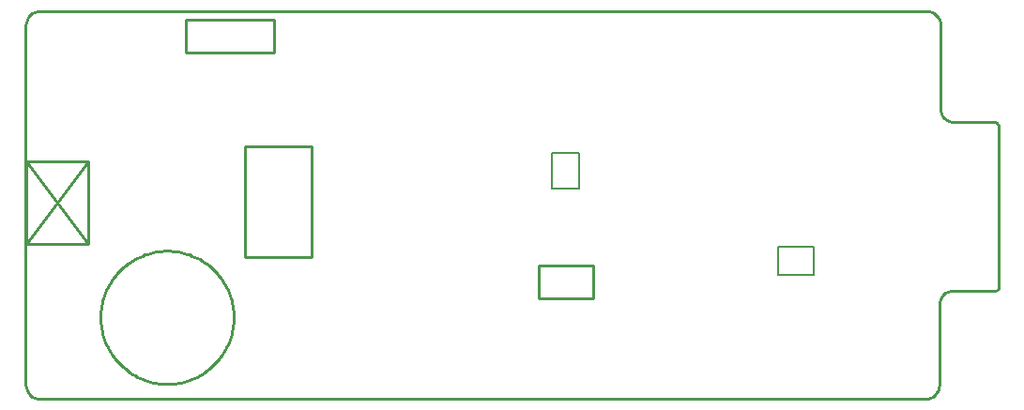
<source format=gm1>
G04*
G04 #@! TF.GenerationSoftware,Altium Limited,Altium Designer,20.2.4 (192)*
G04*
G04 Layer_Color=16711935*
%FSLAX44Y44*%
%MOMM*%
G71*
G04*
G04 #@! TF.SameCoordinates,B1776B65-D261-4C44-A5DE-40EC885F2A17*
G04*
G04*
G04 #@! TF.FilePolarity,Positive*
G04*
G01*
G75*
%ADD11C,0.2540*%
%ADD13C,0.2000*%
D11*
X825000Y337300D02*
X824756Y339778D01*
X824033Y342160D01*
X822860Y344356D01*
X821280Y346280D01*
X819356Y347860D01*
X817160Y349033D01*
X814778Y349756D01*
X812300Y350000D01*
X12700D02*
X10222Y349756D01*
X7840Y349033D01*
X5644Y347860D01*
X3720Y346280D01*
X2140Y344356D01*
X967Y342160D01*
X244Y339778D01*
X0Y337300D01*
Y12700D02*
X244Y10222D01*
X967Y7840D01*
X2140Y5644D01*
X3720Y3720D01*
X5644Y2140D01*
X7840Y967D01*
X10222Y244D01*
X12700Y0D01*
X811300D02*
X813778Y244D01*
X816160Y967D01*
X818356Y2140D01*
X820280Y3720D01*
X821860Y5644D01*
X823033Y7840D01*
X823756Y10222D01*
X824000Y12700D01*
X836700Y97499D02*
X834222Y97255D01*
X831840Y96532D01*
X829644Y95359D01*
X827720Y93779D01*
X826140Y91855D01*
X824967Y89659D01*
X824244Y87277D01*
X824000Y84799D01*
X825000Y262187D02*
X825244Y259710D01*
X825967Y257327D01*
X827140Y255131D01*
X828720Y253207D01*
X830644Y251628D01*
X832840Y250454D01*
X835222Y249731D01*
X837700Y249487D01*
X877190Y246417D02*
X876291Y248588D01*
X874120Y249487D01*
X874297Y97499D02*
X876343Y98346D01*
X877190Y100392D01*
X187500Y73500D02*
X187446Y76047D01*
X187284Y78588D01*
X187014Y81121D01*
X186637Y83640D01*
X186153Y86141D01*
X185564Y88619D01*
X184870Y91069D01*
X184073Y93488D01*
X183173Y95871D01*
X182174Y98214D01*
X181076Y100512D01*
X179881Y102762D01*
X178592Y104958D01*
X177211Y107099D01*
X175740Y109178D01*
X174182Y111193D01*
X172540Y113140D01*
X170817Y115016D01*
X169016Y116817D01*
X167141Y118540D01*
X165193Y120182D01*
X163178Y121740D01*
X161098Y123211D01*
X158959Y124592D01*
X156762Y125881D01*
X154512Y127076D01*
X152214Y128174D01*
X149871Y129173D01*
X147488Y130073D01*
X145069Y130870D01*
X142619Y131564D01*
X140141Y132153D01*
X137640Y132637D01*
X135121Y133014D01*
X132588Y133284D01*
X130047Y133446D01*
X127500Y133500D01*
X124953Y133446D01*
X122412Y133284D01*
X119879Y133014D01*
X117360Y132637D01*
X114859Y132153D01*
X112381Y131564D01*
X109931Y130870D01*
X107512Y130073D01*
X105129Y129173D01*
X102786Y128174D01*
X100488Y127076D01*
X98238Y125881D01*
X96041Y124592D01*
X93902Y123210D01*
X91822Y121740D01*
X89807Y120182D01*
X87859Y118540D01*
X85984Y116817D01*
X84183Y115016D01*
X82460Y113140D01*
X80818Y111193D01*
X79260Y109178D01*
X77789Y107098D01*
X76408Y104958D01*
X75119Y102762D01*
X73924Y100512D01*
X72826Y98214D01*
X71827Y95871D01*
X70927Y93488D01*
X70130Y91069D01*
X69436Y88619D01*
X68847Y86141D01*
X68363Y83640D01*
X67986Y81121D01*
X67716Y78588D01*
X67554Y76046D01*
X67500Y73500D01*
X67554Y70953D01*
X67716Y68411D01*
X67986Y65879D01*
X68363Y63360D01*
X68847Y60859D01*
X69436Y58381D01*
X70130Y55931D01*
X70927Y53512D01*
X71827Y51129D01*
X72826Y48786D01*
X73924Y46488D01*
X75119Y44238D01*
X76408Y42041D01*
X77790Y39901D01*
X79260Y37822D01*
X80818Y35807D01*
X82460Y33859D01*
X84183Y31984D01*
X85984Y30182D01*
X87860Y28460D01*
X89807Y26818D01*
X91822Y25260D01*
X93902Y23789D01*
X96042Y22408D01*
X98238Y21119D01*
X100488Y19924D01*
X102786Y18826D01*
X105129Y17827D01*
X107512Y16927D01*
X109931Y16130D01*
X112381Y15436D01*
X114859Y14847D01*
X117360Y14363D01*
X119879Y13986D01*
X122412Y13716D01*
X124954Y13554D01*
X127500Y13500D01*
X130047Y13554D01*
X132589Y13716D01*
X135121Y13986D01*
X137640Y14363D01*
X140141Y14847D01*
X142619Y15436D01*
X145070Y16130D01*
X147489Y16927D01*
X149872Y17827D01*
X152214Y18826D01*
X154512Y19924D01*
X156762Y21119D01*
X158959Y22408D01*
X161099Y23790D01*
X163178Y25260D01*
X165193Y26818D01*
X167141Y28460D01*
X169016Y30183D01*
X170818Y31984D01*
X172540Y33860D01*
X174182Y35807D01*
X175740Y37822D01*
X177211Y39902D01*
X178592Y42042D01*
X179881Y44239D01*
X181076Y46488D01*
X182174Y48786D01*
X183173Y51129D01*
X184073Y53512D01*
X184870Y55931D01*
X185564Y58382D01*
X186153Y60859D01*
X186637Y63360D01*
X187014Y65879D01*
X187284Y68412D01*
X187446Y70954D01*
X187500Y73500D01*
X824000Y29000D02*
Y84799D01*
Y12700D02*
Y29000D01*
X825000Y270000D02*
Y337300D01*
X12700Y350000D02*
X812300D01*
X0Y12700D02*
Y337300D01*
X12700Y0D02*
X811300D01*
X837700Y97499D02*
X874297D01*
X837700Y249487D02*
X874120D01*
X825000Y262187D02*
Y270000D01*
X877190Y100392D02*
Y246417D01*
X500Y140000D02*
Y214000D01*
Y140000D02*
X56000D01*
X500D02*
X56000Y214000D01*
X500D02*
X56000Y140000D01*
X500Y214000D02*
X56000D01*
Y140000D02*
Y214000D01*
X462500Y90500D02*
X511500D01*
Y120500D01*
X462500D02*
X511500D01*
X462500Y90500D02*
Y120500D01*
X257500Y128000D02*
Y228000D01*
X197500D02*
X257500D01*
X197500Y128000D02*
X257500D01*
X197500D02*
Y228000D01*
X159350Y342500D02*
X224350D01*
Y312500D02*
Y342500D01*
X144350D02*
X159350D01*
X144350Y312500D02*
X224350D01*
X144350D02*
Y342500D01*
D13*
X499500Y189500D02*
Y221500D01*
X474500Y189500D02*
X499500D01*
X474500Y221500D02*
X499500D01*
X474500Y189500D02*
Y221500D01*
X711000Y112000D02*
Y137000D01*
X679000Y112000D02*
Y137000D01*
X679000D02*
X711000D01*
X679000Y112000D02*
X711000D01*
M02*

</source>
